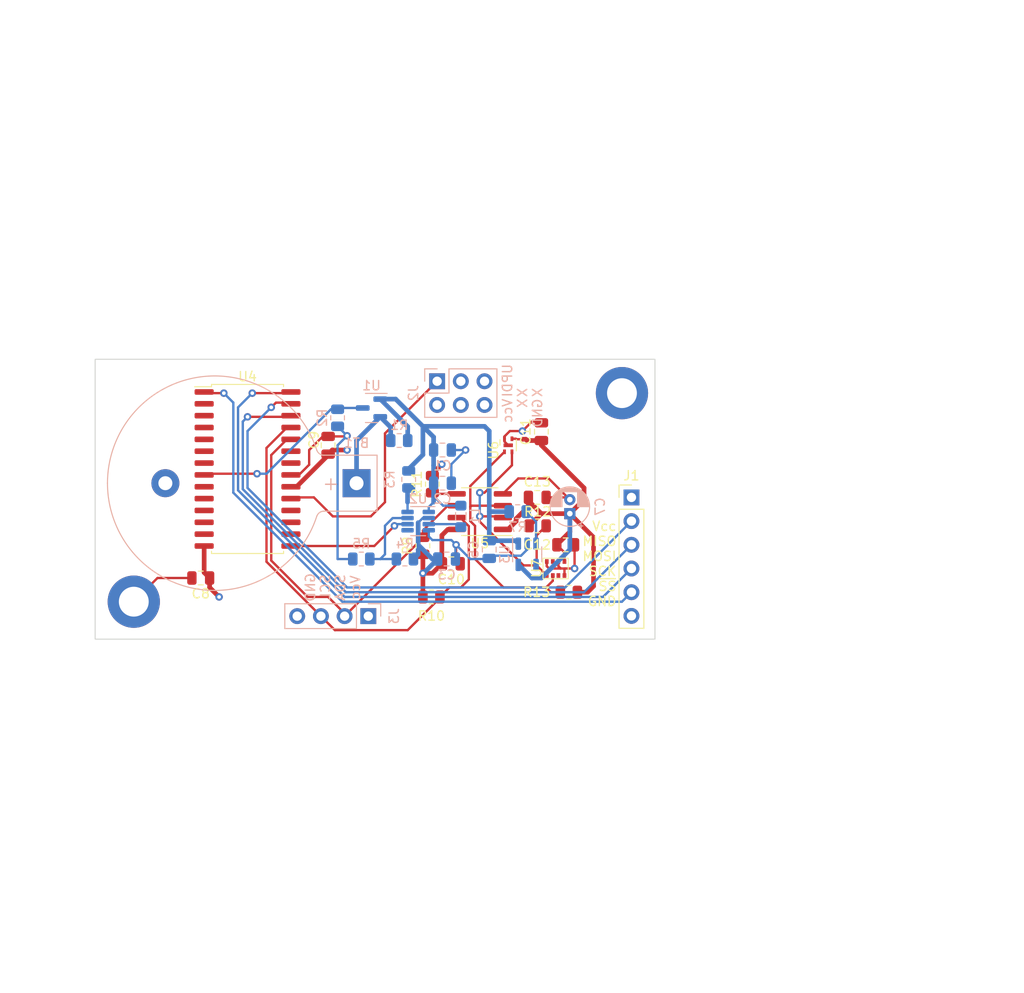
<source format=kicad_pcb>
(kicad_pcb (version 20211014) (generator pcbnew)
  (layers (0 "F.Cu" signal) (1 "In1.Cu" power "Power.Cu") (2 "In2.Cu" power "GND.Cu") (31 "B.Cu" signal) (34 "B.Paste" user) (35 "F.Paste" user) (36 "B.SilkS" user "B.Silkscreen") (37 "F.SilkS" user "F.Silkscreen") (38 "B.Mask" user) (39 "F.Mask" user) (44 "Edge.Cuts" user))
  (net 0 "")
  (net 1 "Net-(BT1-Pad1)")
  (net 2 "GND")
  (net 3 "+3V0")
  (net 4 "+3V3")
  (net 5 "+1V8")
  (net 6 "/MISO")
  (net 7 "/MOSI")
  (net 8 "/SCK")
  (net 9 "/~{SS}")
  (net 10 "Net-(L1-Pad1)")
  (net 11 "Current Sense")
  (net 12 "Net-(R3-Pad1)")
  (net 13 "Net-(R4-Pad2)")
  (net 14 "Net-(J2-Pad1)")
  (net 15 "Net-(R12-Pad2)")
  (net 16 "Net-(R13-Pad2)")
  (net 30 "Net-(R7-Pad2)")
  (net 35 "/SCL")
  (net 36 "/SDA")
  (net 37 "Net-(R11-Pad1)")
  (footprint "Resistor_SMD:R_0805_2012Metric" (layer "F.Cu") (at 147.4235 117.856)
    (fp_text reference "R12" (at 0 -1.524) (layer "F.SilkS"))
    (fp_text value "10 kohm")
    (pad "1" smd roundrect (at -0.9125 0) (size 1.025 1.4) (layers "F.Cu" "F.Paste" "F.Mask") (roundrect_rratio 0.243902439) (net 5 "+1V8"))
    (pad "2" smd roundrect (at 0.9125 0) (size 1.025 1.4) (layers "F.Cu" "F.Paste" "F.Mask") (roundrect_rratio 0.243902439) (net 15 "Net-(R12-Pad2)"))
  )
  (footprint "Package_SO:SOIC-8_3.9x4.9mm_P1.27mm" (layer "F.Cu") (at 141.224 116.332 180)
    (fp_text reference "U5" (at 0 -3.4) (layer "F.SilkS"))
    (fp_text value "PCA9517AD")
    (pad "1" smd roundrect (at -2.475 -1.905 180) (size 1.95 0.6) (layers "F.Cu" "F.Paste" "F.Mask") (net 5 "+1V8"))
    (pad "2" smd roundrect (at -2.475 -0.635 180) (size 1.95 0.6) (layers "F.Cu" "F.Paste" "F.Mask") (net 15 "Net-(R12-Pad2)"))
    (pad "3" smd roundrect (at -2.475 0.635 180) (size 1.95 0.6) (layers "F.Cu" "F.Paste" "F.Mask") (net 16 "Net-(R13-Pad2)"))
    (pad "4" smd roundrect (at -2.475 1.905 180) (size 1.95 0.6) (layers "F.Cu" "F.Paste" "F.Mask") (net 2 "GND"))
    (pad "5" smd roundrect (at 2.475 1.905 180) (size 1.95 0.6) (layers "F.Cu" "F.Paste" "F.Mask") (net 37 "Net-(R11-Pad1)"))
    (pad "6" smd roundrect (at 2.475 0.635 180) (size 1.95 0.6) (layers "F.Cu" "F.Paste" "F.Mask") (net 36 "/SDA"))
    (pad "7" smd roundrect (at 2.475 -0.635 180) (size 1.95 0.6) (layers "F.Cu" "F.Paste" "F.Mask") (net 35 "/SCL"))
    (pad "8" smd roundrect (at 2.475 -1.905 180) (size 1.95 0.6) (layers "F.Cu" "F.Paste" "F.Mask") (net 4 "+3V3"))
  )
  (footprint "Capacitor_SMD:C_0805_2012Metric" (layer "F.Cu") (at 111.318 123.444 180)
    (fp_text reference "C8" (at 0 -1.68) (layer "F.SilkS"))
    (fp_text value "1 uF")
    (pad "1" smd roundrect (at -0.95 0 180) (size 1 1.45) (layers "F.Cu" "F.Paste" "F.Mask") (net 4 "+3V3"))
    (pad "2" smd roundrect (at 0.95 0 180) (size 1 1.45) (layers "F.Cu" "F.Paste" "F.Mask") (net 2 "GND"))
  )
  (footprint "Resistor_SMD:R_0805_2012Metric" (layer "F.Cu") (at 136.144 113.3875 90)
    (fp_text reference "R11" (at 0 -1.65 90) (layer "F.SilkS"))
    (fp_text value "10 kohm")
    (pad "1" smd roundrect (at -0.9125 0 90) (size 1.025 1.4) (layers "F.Cu" "F.Paste" "F.Mask") (roundrect_rratio 0.243902439) (net 37 "Net-(R11-Pad1)"))
    (pad "2" smd roundrect (at 0.9125 0 90) (size 1.025 1.4) (layers "F.Cu" "F.Paste" "F.Mask") (roundrect_rratio 0.243902439) (net 4 "+3V3"))
  )
  (footprint "Capacitor_SMD:C_0805_2012Metric" (layer "F.Cu") (at 147.386 114.808)
    (fp_text reference "C13" (at 0 -1.68) (layer "F.SilkS"))
    (fp_text value "100 nF")
    (pad "1" smd roundrect (at -0.95 0) (size 1 1.45) (layers "F.Cu" "F.Paste" "F.Mask") (net 5 "+1V8"))
    (pad "2" smd roundrect (at 0.95 0) (size 1 1.45) (layers "F.Cu" "F.Paste" "F.Mask") (net 2 "GND"))
  )
  (footprint "Connector_PinHeader_2.54mm:PinHeader_1x06_P2.54mm_Vertical" (layer "F.Cu") (at 157.48 114.808)
    (fp_text reference "J1" (at 0 -2.33) (layer "F.SilkS"))
    (fp_text value "Conn_01x06")
    (pad "1" thru_hole rect (at 0 0) (size 1.7 1.7) (drill 1) (layers *.Cu *.Mask) (net 4 "+3V3"))
    (pad "2" thru_hole oval (at 0 2.54) (size 1.7 1.7) (drill 1) (layers *.Cu *.Mask) (net 6 "/MISO"))
    (pad "3" thru_hole oval (at 0 5.08) (size 1.7 1.7) (drill 1) (layers *.Cu *.Mask) (net 7 "/MOSI"))
    (pad "4" thru_hole oval (at 0 7.62) (size 1.7 1.7) (drill 1) (layers *.Cu *.Mask) (net 8 "/SCK"))
    (pad "5" thru_hole oval (at 0 10.16) (size 1.7 1.7) (drill 1) (layers *.Cu *.Mask) (net 9 "/~{SS}"))
    (pad "6" thru_hole oval (at 0 12.7) (size 1.7 1.7) (drill 1) (layers *.Cu *.Mask) (net 2 "GND"))
  )
  (footprint "Capacitor_SMD:C_0805_2012Metric" (layer "F.Cu") (at 124.968 109.22 -90)
    (fp_text reference "C9" (at -0.574 1.524 90) (layer "F.SilkS"))
    (fp_text value "1 uF")
    (pad "1" smd roundrect (at -0.95 0 270) (size 1 1.45) (layers "F.Cu" "F.Paste" "F.Mask") (net 2 "GND"))
    (pad "2" smd roundrect (at 0.95 0 270) (size 1 1.45) (layers "F.Cu" "F.Paste" "F.Mask") (net 4 "+3V3"))
  )
  (footprint "MountingHole:MountingHole_3.2mm_M3_DIN965_Pad" (layer "F.Cu") (at 104.14 125.984)
    (fp_text reference "REF**" hide)
    (fp_text value "MountingHole_3.2mm_M3_DIN965_Pad")
    (pad "1" thru_hole circle (at 0 0) (size 5.6 5.6) (drill 3.2) (layers *.Cu *.Mask) (net 2 "GND"))
  )
  (footprint "Package_SO:SOIC-28W_7.5x17.9mm_P1.27mm" (layer "F.Cu") (at 116.332 111.76)
    (fp_text reference "U4" (at 0 -9.9) (layer "F.SilkS"))
    (fp_text value "AVR64DA28-I/SO")
    (pad "1" smd roundrect (at -4.65 -8.255) (size 2.05 0.6) (layers "F.Cu" "F.Paste" "F.Mask") (net 9 "/~{SS}"))
    (pad "2" smd roundrect (at -4.65 -6.985) (size 2.05 0.6) (layers "F.Cu" "F.Paste" "F.Mask"))
    (pad "3" smd roundrect (at -4.65 -5.715) (size 2.05 0.6) (layers "F.Cu" "F.Paste" "F.Mask"))
    (pad "4" smd roundrect (at -4.65 -4.445) (size 2.05 0.6) (layers "F.Cu" "F.Paste" "F.Mask"))
    (pad "5" smd roundrect (at -4.65 -3.175) (size 2.05 0.6) (layers "F.Cu" "F.Paste" "F.Mask"))
    (pad "6" smd roundrect (at -4.65 -1.905) (size 2.05 0.6) (layers "F.Cu" "F.Paste" "F.Mask"))
    (pad "7" smd roundrect (at -4.65 -0.635) (size 2.05 0.6) (layers "F.Cu" "F.Paste" "F.Mask"))
    (pad "8" smd roundrect (at -4.65 0.635) (size 2.05 0.6) (layers "F.Cu" "F.Paste" "F.Mask") (net 11 "Current Sense"))
    (pad "9" smd roundrect (at -4.65 1.905) (size 2.05 0.6) (layers "F.Cu" "F.Paste" "F.Mask"))
    (pad "10" smd roundrect (at -4.65 3.175) (size 2.05 0.6) (layers "F.Cu" "F.Paste" "F.Mask"))
    (pad "11" smd roundrect (at -4.65 4.445) (size 2.05 0.6) (layers "F.Cu" "F.Paste" "F.Mask"))
    (pad "12" smd roundrect (at -4.65 5.715) (size 2.05 0.6) (layers "F.Cu" "F.Paste" "F.Mask"))
    (pad "13" smd roundrect (at -4.65 6.985) (size 2.05 0.6) (layers "F.Cu" "F.Paste" "F.Mask"))
    (pad "14" smd roundrect (at -4.65 8.255) (size 2.05 0.6) (layers "F.Cu" "F.Paste" "F.Mask") (net 4 "+3V3"))
    (pad "15" smd roundrect (at 4.65 8.255) (size 2.05 0.6) (layers "F.Cu" "F.Paste" "F.Mask") (net 2 "GND"))
    (pad "16" smd roundrect (at 4.65 6.985) (size 2.05 0.6) (layers "F.Cu" "F.Paste" "F.Mask"))
    (pad "17" smd roundrect (at 4.65 5.715) (size 2.05 0.6) (layers "F.Cu" "F.Paste" "F.Mask"))
    (pad "18" smd roundrect (at 4.65 4.445) (size 2.05 0.6) (layers "F.Cu" "F.Paste" "F.Mask"))
    (pad "19" smd roundrect (at 4.65 3.175) (size 2.05 0.6) (layers "F.Cu" "F.Paste" "F.Mask") (net 14 "Net-(J2-Pad1)"))
    (pad "20" smd roundrect (at 4.65 1.905) (size 2.05 0.6) (layers "F.Cu" "F.Paste" "F.Mask") (net 4 "+3V3"))
    (pad "21" smd roundrect (at 4.65 0.635) (size 2.05 0.6) (layers "F.Cu" "F.Paste" "F.Mask") (net 2 "GND"))
    (pad "22" smd roundrect (at 4.65 -0.635) (size 2.05 0.6) (layers "F.Cu" "F.Paste" "F.Mask"))
    (pad "23" smd roundrect (at 4.65 -1.905) (size 2.05 0.6) (layers "F.Cu" "F.Paste" "F.Mask"))
    (pad "24" smd roundrect (at 4.65 -3.175) (size 2.05 0.6) (layers "F.Cu" "F.Paste" "F.Mask") (net 36 "/SDA"))
    (pad "25" smd roundrect (at 4.65 -4.445) (size 2.05 0.6) (layers "F.Cu" "F.Paste" "F.Mask") (net 35 "/SCL"))
    (pad "26" smd roundrect (at 4.65 -5.715) (size 2.05 0.6) (layers "F.Cu" "F.Paste" "F.Mask") (net 7 "/MOSI"))
    (pad "27" smd roundrect (at 4.65 -6.985) (size 2.05 0.6) (layers "F.Cu" "F.Paste" "F.Mask") (net 6 "/MISO"))
    (pad "28" smd roundrect (at 4.65 -8.255) (size 2.05 0.6) (layers "F.Cu" "F.Paste" "F.Mask") (net 8 "/SCK"))
  )
  (footprint "Capacitor_SMD:C_0805_2012Metric" (layer "F.Cu") (at 138.176 121.92 180)
    (fp_text reference "C10" (at 0 -1.68) (layer "F.SilkS"))
    (fp_text value "100 nF")
    (pad "1" smd roundrect (at -0.95 0 180) (size 1 1.45) (layers "F.Cu" "F.Paste" "F.Mask") (net 2 "GND"))
    (pad "2" smd roundrect (at 0.95 0 180) (size 1 1.45) (layers "F.Cu" "F.Paste" "F.Mask") (net 4 "+3V3"))
  )
  (footprint "Resistor_SMD:R_0805_2012Metric" (layer "F.Cu") (at 135.128 119.9915 90)
    (fp_text reference "R9" (at 0 -1.65 90) (layer "F.SilkS"))
    (fp_text value "10 kohm")
    (pad "1" smd roundrect (at -0.9125 0 90) (size 1.025 1.4) (layers "F.Cu" "F.Paste" "F.Mask") (roundrect_rratio 0.243902439) (net 4 "+3V3"))
    (pad "2" smd roundrect (at 0.9125 0 90) (size 1.025 1.4) (layers "F.Cu" "F.Paste" "F.Mask") (roundrect_rratio 0.243902439) (net 36 "/SDA"))
  )
  (footprint "Capacitor_SMD:C_0805_2012Metric" (layer "F.Cu") (at 150.434 119.888)
    (fp_text reference "C12" (at -3.048 0) (layer "F.SilkS"))
    (fp_text value "100 nF")
    (pad "1" smd roundrect (at -0.95 0) (size 1 1.45) (layers "F.Cu" "F.Paste" "F.Mask") (net 5 "+1V8"))
    (pad "2" smd roundrect (at 0.95 0) (size 1 1.45) (layers "F.Cu" "F.Paste" "F.Mask") (net 2 "GND"))
  )
  (footprint "MountingHole:MountingHole_3.2mm_M3_DIN965_Pad" (layer "F.Cu") (at 156.464 103.632)
    (fp_text reference "REF**" hide)
    (fp_text value "MountingHole_3.2mm_M3_DIN965_Pad")
    (pad "1" thru_hole circle (at 0 0) (size 5.6 5.6) (drill 3.2) (layers *.Cu *.Mask) (net 2 "GND"))
  )
  (footprint "Resistor_SMD:R_0805_2012Metric" (layer "F.Cu") (at 150.7725 124.968 180)
    (fp_text reference "R13" (at 3.4525 0) (layer "F.SilkS"))
    (fp_text value "10 kohm")
    (pad "1" smd roundrect (at -0.9125 0 180) (size 1.025 1.4) (layers "F.Cu" "F.Paste" "F.Mask") (roundrect_rratio 0.243902439) (net 5 "+1V8"))
    (pad "2" smd roundrect (at 0.9125 0 180) (size 1.025 1.4) (layers "F.Cu" "F.Paste" "F.Mask") (roundrect_rratio 0.243902439) (net 16 "Net-(R13-Pad2)"))
  )
  (footprint "Resistor_SMD:R_0805_2012Metric" (layer "F.Cu") (at 136.0405 125.476)
    (fp_text reference "R10" (at 0 2.032) (layer "F.SilkS"))
    (fp_text value "10 kohm")
    (pad "1" smd roundrect (at -0.9125 0) (size 1.025 1.4) (layers "F.Cu" "F.Paste" "F.Mask") (roundrect_rratio 0.243902439) (net 4 "+3V3"))
    (pad "2" smd roundrect (at 0.9125 0) (size 1.025 1.4) (layers "F.Cu" "F.Paste" "F.Mask") (roundrect_rratio 0.243902439) (net 35 "/SCL"))
  )
  (footprint "MyFootprints:ICP-10111" (layer "F.Cu") (at 149.352 122.428 -90)
    (fp_text reference "U7" (at 0 2.032 90) (layer "F.SilkS"))
    (fp_text value "ICP-10111")
    (pad "1" smd rect (at 0.75 -0.95 270) (size 0.5 0.4) (layers "F.Cu" "F.Paste" "F.Mask") (net 2 "GND"))
    (pad "2" smd rect (at 0.75 -0.3 270) (size 0.5 0.4) (layers "F.Cu" "F.Paste" "F.Mask"))
    (pad "3" smd rect (at 0.75 0.3 270) (size 0.5 0.4) (layers "F.Cu" "F.Paste" "F.Mask") (net 16 "Net-(R13-Pad2)"))
    (pad "4" smd rect (at 0.75 0.95 270) (size 0.5 0.4) (layers "F.Cu" "F.Paste" "F.Mask") (net 15 "Net-(R12-Pad2)"))
    (pad "5" smd rect (at -0.75 0.95 270) (size 0.5 0.4) (layers "F.Cu" "F.Paste" "F.Mask") (net 2 "GND"))
    (pad "6" smd rect (at -0.75 0.3 270) (size 0.5 0.4) (layers "F.Cu" "F.Paste" "F.Mask"))
    (pad "7" smd rect (at -0.75 -0.3 270) (size 0.5 0.4) (layers "F.Cu" "F.Paste" "F.Mask") (net 2 "GND"))
    (pad "8" smd rect (at -0.75 -0.95 270) (size 0.5 0.4) (layers "F.Cu" "F.Paste" "F.Mask") (net 5 "+1V8"))
  )
  (footprint "MyFootprints:DFN-4-PADS0.5x0.3mm_SP1.4x0.8mm" (layer "F.Cu") (at 144.272 109.22 90)
    (fp_text reference "U6" (at -0.527819 -1.577322 90) (layer "F.SilkS"))
    (fp_text value "SHT40-AD1B-R3")
    (pad "1" smd rect (at -0.7 -0.4 90) (size 0.5 0.3) (layers "F.Cu" "F.Paste" "F.Mask") (net 16 "Net-(R13-Pad2)"))
    (pad "2" smd rect (at -0.7 0.4 90) (size 0.5 0.3) (layers "F.Cu" "F.Paste" "F.Mask") (net 15 "Net-(R12-Pad2)"))
    (pad "3" smd rect (at 0.7 0.4 90) (size 0.5 0.3) (layers "F.Cu" "F.Paste" "F.Mask") (net 5 "+1V8"))
    (pad "4" smd rect (at 0.7 -0.4 90) (size 0.5 0.3) (layers "F.Cu" "F.Paste" "F.Mask") (net 2 "GND"))
    (pad "5" smd rect (at 0 0 90) (size 0.4 1) (layers "F.Cu" "F.Paste" "F.Mask") (net 2 "GND"))
  )
  (footprint "Capacitor_SMD:C_0805_2012Metric" (layer "F.Cu") (at 147.828 107.762 90)
    (fp_text reference "C11" (at 0 -1.68 90) (layer "F.SilkS"))
    (fp_text value "100 nF")
    (pad "1" smd roundrect (at -0.95 0 90) (size 1 1.45) (layers "F.Cu" "F.Paste" "F.Mask") (net 5 "+1V8"))
    (pad "2" smd roundrect (at 0.95 0 90) (size 1 1.45) (layers "F.Cu" "F.Paste" "F.Mask") (net 2 "GND"))
  )
  (footprint "Package_TO_SOT_SMD:TSOT-23-8" (layer "B.Cu") (at 134.62 117.348 180)
    (fp_text reference "U2" (at 0 2.4) (layer "B.SilkS") (effects (justify mirror)))
    (fp_text value "MP3414")
    (pad "1" smd roundrect (at -1.1375 0.975 180) (size 1.325 0.5) (layers "B.Cu" "B.Paste" "B.Mask") (net 3 "+3V0"))
    (pad "2" smd roundrect (at -1.1375 0.325 180) (size 1.325 0.5) (layers "B.Cu" "B.Paste" "B.Mask") (net 4 "+3V3"))
    (pad "3" smd roundrect (at -1.1375 -0.325 180) (size 1.325 0.5) (layers "B.Cu" "B.Paste" "B.Mask") (net 10 "Net-(L1-Pad1)"))
    (pad "4" smd roundrect (at -1.1375 -0.975 180) (size 1.325 0.5) (layers "B.Cu" "B.Paste" "B.Mask") (net 2 "GND"))
    (pad "5" smd roundrect (at 1.1375 -0.975 180) (size 1.325 0.5) (layers "B.Cu" "B.Paste" "B.Mask"))
    (pad "6" smd roundrect (at 1.1375 -0.325 180) (size 1.325 0.5) (layers "B.Cu" "B.Paste" "B.Mask") (net 2 "GND"))
    (pad "7" smd roundrect (at 1.1375 0.325 180) (size 1.325 0.5) (layers "B.Cu" "B.Paste" "B.Mask") (net 13 "Net-(R4-Pad2)"))
    (pad "8" smd roundrect (at 1.1375 0.975 180) (size 1.325 0.5) (layers "B.Cu" "B.Paste" "B.Mask") (net 12 "Net-(R3-Pad1)"))
  )
  (footprint "Package_TO_SOT_SMD:SOT-23" (layer "B.Cu") (at 129.6185 105.222 180)
    (fp_text reference "U1" (at 0 2.4) (layer "B.SilkS") (effects (justify mirror)))
    (fp_text value "ZXCT1009F")
    (pad "1" smd roundrect (at -0.9375 0.95 180) (size 1.475 0.6) (layers "B.Cu" "B.Paste" "B.Mask") (net 3 "+3V0"))
    (pad "2" smd roundrect (at -0.9375 -0.95 180) (size 1.475 0.6) (layers "B.Cu" "B.Paste" "B.Mask") (net 1 "Net-(BT1-Pad1)"))
    (pad "3" smd roundrect (at 0.9375 0 180) (size 1.475 0.6) (layers "B.Cu" "B.Paste" "B.Mask") (net 11 "Current Sense"))
  )
  (footprint "Resistor_SMD:R_0805_2012Metric" (layer "B.Cu") (at 132.588 108.712 180)
    (fp_text reference "R1" (at 0 1.65) (layer "B.SilkS") (effects (justify mirror)))
    (fp_text value "2 ohm")
    (pad "1" smd roundrect (at -0.9125 0 180) (size 1.025 1.4) (layers "B.Cu" "B.Paste" "B.Mask") (roundrect_rratio 0.243902439) (net 3 "+3V0"))
    (pad "2" smd roundrect (at 0.9125 0 180) (size 1.025 1.4) (layers "B.Cu" "B.Paste" "B.Mask") (roundrect_rratio 0.243902439) (net 1 "Net-(BT1-Pad1)"))
  )
  (footprint "Resistor_SMD:R_0805_2012Metric" (layer "B.Cu") (at 133.1995 121.412 180)
    (fp_text reference "R4" (at 0 1.65) (layer "B.SilkS") (effects (justify mirror)))
    (fp_text value "634 kohm")
    (pad "1" smd roundrect (at -0.9125 0 180) (size 1.025 1.4) (layers "B.Cu" "B.Paste" "B.Mask") (roundrect_rratio 0.243902439) (net 4 "+3V3"))
    (pad "2" smd roundrect (at 0.9125 0 180) (size 1.025 1.4) (layers "B.Cu" "B.Paste" "B.Mask") (roundrect_rratio 0.243902439) (net 13 "Net-(R4-Pad2)"))
  )
  (footprint "Connector_PinHeader_2.54mm:PinHeader_2x03_P2.54mm_Vertical" (layer "B.Cu") (at 136.652 102.357 -90)
    (fp_text reference "J2" (at 1.275 2.54 90) (layer "B.SilkS") (effects (justify mirror)))
    (fp_text value "AVR-UPDI-6")
    (pad "1" thru_hole rect (at 0 0 270) (size 1.7 1.7) (drill 1) (layers *.Cu *.Mask) (net 14 "Net-(J2-Pad1)"))
    (pad "2" thru_hole oval (at 2.54 0 270) (size 1.7 1.7) (drill 1) (layers *.Cu *.Mask) (net 4 "+3V3"))
    (pad "3" thru_hole oval (at 0 -2.54 270) (size 1.7 1.7) (drill 1) (layers *.Cu *.Mask))
    (pad "4" thru_hole oval (at 2.54 -2.54 270) (size 1.7 1.7) (drill 1) (layers *.Cu *.Mask))
    (pad "5" thru_hole oval (at 0 -5.08 270) (size 1.7 1.7) (drill 1) (layers *.Cu *.Mask))
    (pad "6" thru_hole oval (at 2.54 -5.08 270) (size 1.7 1.7) (drill 1) (layers *.Cu *.Mask) (net 2 "GND"))
  )
  (footprint "Battery:BatteryHolder_Keystone_103_1x20mm" (layer "B.Cu") (at 128.016 113.284 180)
    (fp_text reference "BT1" (at 0 4.3) (layer "B.SilkS") (effects (justify mirror)))
    (fp_text value "3 V")
    (fp_text user "+" (at 2.75 0) (layer "B.SilkS") (effects (font (size 1.5 1.5)) (justify mirror)))
    (pad "1" thru_hole rect (at 0 0 180) (size 3 3) (drill 1.5) (layers *.Cu *.Mask) (net 1 "Net-(BT1-Pad1)"))
    (pad "2" thru_hole circle (at 20.49 0 180) (size 3 3) (drill 1.5) (layers *.Cu *.Mask) (net 2 "GND"))
  )
  (footprint "Capacitor_SMD:C_0805_2012Metric" (layer "B.Cu") (at 137.668 121.412)
    (fp_text reference "C3" (at 0 1.68) (layer "B.SilkS") (effects (justify mirror)))
    (fp_text value "47 uF")
    (pad "1" smd roundrect (at -0.95 0) (size 1 1.45) (layers "B.Cu" "B.Paste" "B.Mask") (net 4 "+3V3"))
    (pad "2" smd roundrect (at 0.95 0) (size 1 1.45) (layers "B.Cu" "B.Paste" "B.Mask") (net 2 "GND"))
  )
  (footprint "Capacitor_SMD:C_0805_2012Metric" (layer "B.Cu") (at 137.226 109.728)
    (fp_text reference "C1" (at 0 1.68) (layer "B.SilkS") (effects (justify mirror)))
    (fp_text value "10 uF")
    (pad "1" smd roundrect (at -0.95 0) (size 1 1.45) (layers "B.Cu" "B.Paste" "B.Mask") (net 3 "+3V0"))
    (pad "2" smd roundrect (at 0.95 0) (size 1 1.45) (layers "B.Cu" "B.Paste" "B.Mask") (net 2 "GND"))
  )
  (footprint "Capacitor_SMD:C_0805_2012Metric" (layer "B.Cu") (at 137.226 113.284)
    (fp_text reference "C2" (at 0 1.68) (layer "B.SilkS") (effects (justify mirror)))
    (fp_text value "0.1 uF")
    (pad "1" smd roundrect (at -0.95 0) (size 1 1.45) (layers "B.Cu" "B.Paste" "B.Mask") (net 3 "+3V0"))
    (pad "2" smd roundrect (at 0.95 0) (size 1 1.45) (layers "B.Cu" "B.Paste" "B.Mask") (net 2 "GND"))
  )
  (footprint "Package_TO_SOT_SMD:SOT-23-5" (layer "B.Cu") (at 146.304 120.904 -90)
    (fp_text reference "U3" (at 0 2.4 90) (layer "B.SilkS") (effects (justify mirror)))
    (fp_text value "AP2127K-1.8")
    (pad "1" smd roundrect (at -1.1375 0.95 270) (size 1.325 0.6) (layers "B.Cu" "B.Paste" "B.Mask") (net 3 "+3V0"))
    (pad "2" smd roundrect (at -1.1375 0 270) (size 1.325 0.6) (layers "B.Cu" "B.Paste" "B.Mask") (net 2 "GND"))
    (pad "3" smd roundrect (at -1.1375 -0.95 270) (size 1.325 0.6) (layers "B.Cu" "B.Paste" "B.Mask") (net 30 "Net-(R7-Pad2)"))
    (pad "4" smd roundrect (at 1.1375 -0.95 270) (size 1.325 0.6) (layers "B.Cu" "B.Paste" "B.Mask"))
    (pad "5" smd roundrect (at 1.1375 0.95 270) (size 1.325 0.6) (layers "B.Cu" "B.Paste" "B.Mask") (net 5 "+1V8"))
  )
  (footprint "Resistor_SMD:R_0805_2012Metric" (layer "B.Cu") (at 145.288 116.332)
    (fp_text reference "R7" (at 0 1.65) (layer "B.SilkS") (effects (justify mirror)))
    (fp_text value "10 kohm")
    (pad "1" smd roundrect (at -0.9125 0) (size 1.025 1.4) (layers "B.Cu" "B.Paste" "B.Mask") (roundrect_rratio 0.243902439) (net 3 "+3V0"))
    (pad "2" smd roundrect (at 0.9125 0) (size 1.025 1.4) (layers "B.Cu" "B.Paste" "B.Mask") (roundrect_rratio 0.243902439) (net 30 "Net-(R7-Pad2)"))
  )
  (footprint "Capacitor_THT:CP_Radial_D4.0mm_P1.50mm" (layer "B.Cu") (at 150.876 116.5466 90)
    (fp_text reference "C7" (at 0.75 3.25 90) (layer "B.SilkS") (effects (justify mirror)))
    (fp_text value "1 uF")
    (pad "1" thru_hole rect (at 0 0 90) (size 1.2 1.2) (drill 0.6) (layers *.Cu *.Mask) (net 5 "+1V8"))
    (pad "2" thru_hole circle (at 1.5 0 90) (size 1.2 1.2) (drill 0.6) (layers *.Cu *.Mask) (net 2 "GND"))
  )
  (footprint "Resistor_SMD:R_0805_2012Metric" (layer "B.Cu") (at 133.604 112.8795 90)
    (fp_text reference "R3" (at 0 -2.032 90) (layer "B.SilkS") (effects (justify mirror)))
    (fp_text value "100 kohm")
    (pad "1" smd roundrect (at -0.9125 0 90) (size 1.025 1.4) (layers "B.Cu" "B.Paste" "B.Mask") (roundrect_rratio 0.243902439) (net 12 "Net-(R3-Pad1)"))
    (pad "2" smd roundrect (at 0.9125 0 90) (size 1.025 1.4) (layers "B.Cu" "B.Paste" "B.Mask") (roundrect_rratio 0.243902439) (net 3 "+3V0"))
  )
  (footprint "Resistor_SMD:R_0805_2012Metric" (layer "B.Cu") (at 125.984 106.2755 -90)
    (fp_text reference "R2" (at 0 1.65 90) (layer "B.SilkS") (effects (justify mirror)))
    (fp_text value "200 ohm")
    (pad "1" smd roundrect (at -0.9125 0 270) (size 1.025 1.4) (layers "B.Cu" "B.Paste" "B.Mask") (roundrect_rratio 0.243902439) (net 11 "Current Sense"))
    (pad "2" smd roundrect (at 0.9125 0 270) (size 1.025 1.4) (layers "B.Cu" "B.Paste" "B.Mask") (roundrect_rratio 0.243902439) (net 2 "GND"))
  )
  (footprint "Resistor_SMD:R_0805_2012Metric" (layer "B.Cu") (at 128.524 121.412 180)
    (fp_text reference "R5" (at 0 1.65) (layer "B.SilkS") (effects (justify mirror)))
    (fp_text value "365 kohm")
    (pad "1" smd roundrect (at -0.9125 0 180) (size 1.025 1.4) (layers "B.Cu" "B.Paste" "B.Mask") (roundrect_rratio 0.243902439) (net 13 "Net-(R4-Pad2)"))
    (pad "2" smd roundrect (at 0.9125 0 180) (size 1.025 1.4) (layers "B.Cu" "B.Paste" "B.Mask") (roundrect_rratio 0.243902439) (net 2 "GND"))
  )
  (footprint "Inductor_SMD:L_0805_2012Metric_Pad1.05x1.20mm_HandSolder" (layer "B.Cu") (at 139.192 116.84 90)
    (fp_text reference "L1" (at 0 1.55 90) (layer "B.SilkS") (effects (justify mirror)))
    (fp_text value "4.7 uH")
    (pad "1" smd roundrect (at -1.15 0 90) (size 1.05 1.2) (layers "B.Cu" "B.Paste" "B.Mask") (roundrect_rratio 0.2380952381) (net 10 "Net-(L1-Pad1)"))
    (pad "2" smd roundrect (at 1.15 0 90) (size 1.05 1.2) (layers "B.Cu" "B.Paste" "B.Mask") (roundrect_rratio 0.2380952381) (net 3 "+3V0"))
  )
  (footprint "Connector_PinSocket_2.54mm:PinSocket_1x04_P2.54mm_Vertical" (layer "B.Cu") (at 129.276 127.533 90)
    (fp_text reference "J3" (at 0 2.77 90) (layer "B.SilkS") (effects (justify mirror)))
    (fp_text value "Conn_01x04")
    (pad "1" thru_hole rect (at 0 0 90) (size 1.7 1.7) (drill 1) (layers *.Cu *.Mask) (net 4 "+3V3"))
    (pad "2" thru_hole oval (at 0 -2.54 90) (size 1.7 1.7) (drill 1) (layers *.Cu *.Mask) (net 36 "/SDA"))
    (pad "3" thru_hole oval (at 0 -5.08 90) (size 1.7 1.7) (drill 1) (layers *.Cu *.Mask) (net 35 "/SCL"))
    (pad "4" thru_hole oval (at 0 -7.62 90) (size 1.7 1.7) (drill 1) (layers *.Cu *.Mask) (net 2 "GND"))
  )
  (footprint "Capacitor_SMD:C_0805_2012Metric" (layer "B.Cu") (at 142.24 120.396 -90)
    (fp_text reference "C5" (at 0 1.68 -270) (layer "B.SilkS") (effects (justify mirror)))
    (fp_text value "1 uF")
    (pad "1" smd roundrect (at -0.95 0 270) (size 1 1.45) (layers "B.Cu" "B.Paste" "B.Mask") (net 3 "+3V0"))
    (pad "2" smd roundrect (at 0.95 0 270) (size 1 1.45) (layers "B.Cu" "B.Paste" "B.Mask") (net 2 "GND"))
  )
  (gr_rect (start 100 100) (end 160 130) (layer "Edge.Cuts") (width 0.1) (fill none))
  (gr_text "Vcc\nX\nGND" (at 145.796 104.14 90) (layer "B.SilkS") (effects (font (size 1 1)) (justify left mirror)))
  (gr_text "UPDI\nX\nX" (at 145.796 104.14 90) (layer "B.SilkS") (effects (font (size 1 1)) (justify right mirror)))
  (gr_text "GND\nSCL\nSDA\nVcc" (at 125.476 124.46 90) (layer "B.SilkS") (effects (font (size 1 1)) (justify mirror)))
  (gr_text "Vcc\nMISO\nMOSI\nSCK\n~{SS}\nGND" (at 155.956 121.92) (layer "F.SilkS") (effects (font (size 1 1)) (justify right)))
  (segment (start 131.6755 108.712) (end 131.6755 107.2915) (width 0.5) (layer "B.Cu") (net 1))
  (segment (start 128.016 108.712) (end 130.556 106.172) (width 0.5) (layer "B.Cu") (net 1))
  (segment (start 128.016 113.284) (end 128.016 108.712) (width 0.5) (layer "B.Cu") (net 1))
  (segment (start 131.6755 107.2915) (end 130.556 106.172) (width 0.5) (layer "B.Cu") (net 1))
  (segment (start 145.35 112.776) (end 143.699 114.427) (width 0.25) (layer "F.Cu") (net 2))
  (segment (start 145.796 107.696) (end 144.446978 107.696) (width 0.25) (layer "F.Cu") (net 2))
  (segment (start 148.652 122.428) (end 149.86 122.428) (width 0.25) (layer "F.Cu") (net 2))
  (segment (start 150.6374 114.808) (end 150.876 115.0466) (width 0.25) (layer "F.Cu") (net 2))
  (segment (start 122.936 111.302494) (end 121.843494 112.395) (width 0.25) (layer "F.Cu") (net 2))
  (segment (start 110.368 123.444) (end 106.68 123.444) (width 0.25) (layer "F.Cu") (net 2))
  (segment (start 151.384 122.428) (end 151.384 119.888) (width 0.25) (layer "F.Cu") (net 2))
  (segment (start 143.872 108.270978) (end 143.872 108.52) (width 0.25) (layer "F.Cu") (net 2))
  (segment (start 138.684 121.478) (end 138.684 119.888) (width 0.25) (layer "F.Cu") (net 2))
  (segment (start 148.6054 112.776) (end 145.35 112.776) (width 0.25) (layer "F.Cu") (net 2))
  (segment (start 149.86 122.386) (end 149.86 122.428) (width 0.25) (layer "F.Cu") (net 2))
  (segment (start 124.394 108.27) (end 122.936 109.728) (width 0.25) (layer "F.Cu") (net 2))
  (segment (start 149.86 122.428) (end 150.368 122.428) (width 0.25) (layer "F.Cu") (net 2))
  (segment (start 106.68 123.444) (end 104.14 125.984) (width 0.25) (layer "F.Cu") (net 2))
  (segment (start 122.936 109.728) (end 122.936 111.302494) (width 0.25) (layer "F.Cu") (net 2))
  (segment (start 147.696 106.68) (end 147.828 106.812) (width 0.25) (layer "F.Cu") (net 2))
  (segment (start 146.812 106.68) (end 147.696 106.68) (width 0.25) (layer "F.Cu") (net 2))
  (segment (start 149.652 122.178) (end 149.86 122.386) (width 0.25) (layer "F.Cu") (net 2))
  (segment (start 145.796 107.696) (end 146.812 106.68) (width 0.25) (layer "F.Cu") (net 2))
  (segment (start 150.302 122.494) (end 150.368 122.428) (width 0.25) (layer "F.Cu") (net 2))
  (segment (start 121.843494 112.395) (end 120.982 112.395) (width 0.25) (layer "F.Cu") (net 2))
  (segment (start 144.446978 107.696) (end 143.872 108.270978) (width 0.25) (layer "F.Cu") (net 2))
  (segment (start 129.921 120.015) (end 132.08 117.856) (width 0.25) (layer "F.Cu") (net 2))
  (segment (start 148.402 122.178) (end 148.652 122.428) (width 0.25) (layer "F.Cu") (net 2))
  (segment (start 150.302 123.178) (end 150.302 122.494) (width 0.25) (layer "F.Cu") (net 2))
  (segment (start 139.126 121.92) (end 138.684 121.478) (width 0.25) (layer "F.Cu") (net 2))
  (segment (start 120.982 120.015) (end 129.921 120.015) (width 0.25) (layer "F.Cu") (net 2))
  (segment (start 150.368 122.428) (end 151.384 122.428) (width 0.25) (layer "F.Cu") (net 2))
  (segment (start 144.272 109.22) (end 143.872 108.82) (width 0.25) (layer "F.Cu") (net 2))
  (segment (start 148.336 114.808) (end 150.6374 114.808) (width 0.25) (layer "F.Cu") (net 2))
  (segment (start 124.968 108.27) (end 124.394 108.27) (width 0.25) (layer "F.Cu") (net 2))
  (segment (start 149.652 121.678) (end 149.652 122.178) (width 0.25) (layer "F.Cu") (net 2))
  (segment (start 126.934 108.27) (end 127 108.204) (width 0.25) (layer "F.Cu") (net 2))
  (segment (start 148.402 121.678) (end 148.402 122.178) (width 0.25) (layer "F.Cu") (net 2))
  (segment (start 124.968 108.27) (end 126.934 108.27) (width 0.25) (layer "F.Cu") (net 2))
  (segment (start 150.876 115.0466) (end 148.6054 112.776) (width 0.25) (layer "F.Cu") (net 2))
  (segment (start 143.872 108.82) (end 143.872 108.52) (width 0.25) (layer "F.Cu") (net 2))
  (via (at 127 108.204) (size 0.8) (drill 0.4) (layers "F.Cu" "B.Cu") (net 2))
  (via (at 145.796 107.696) (size 0.8) (drill 0.4) (layers "F.Cu" "B.Cu") (net 2))
  (via (at 151.384 122.428) (size 0.8) (drill 0.4) (layers "F.Cu" "B.Cu") (net 2))
  (via (at 132.08 117.856) (size 0.8) (drill 0.4) (layers "F.Cu" "B.Cu") (net 2))
  (via (at 138.684 119.888) (size 0.8) (drill 0.4) (layers "F.Cu" "B.Cu") (net 2))
  (via (at 139.7 109.728) (size 0.8) (drill 0.4) (layers "F.Cu" "B.Cu") (net 2))
  (segment (start 145.64552 121.05448) (end 142.53152 121.05448) (width 0.25) (layer "B.Cu") (net 2))
  (segment (start 146.304 120.396) (end 145.64552 121.05448) (width 0.25) (layer "B.Cu") (net 2))
  (segment (start 142.306 121.412) (end 140.208 121.412) (width 0.25) (layer "B.Cu") (net 2))
  (segment (start 138.176 113.284) (end 138.176 111.252) (width 0.25) (layer "B.Cu") (net 2))
  (segment (start 136.144 119.38) (end 135.7575 118.9935) (width 0.25) (layer "B.Cu") (net 2))
  (segment (start 138.618 119.954) (end 138.684 119.888) (width 0.25) (layer "B.Cu") (net 2))
  (segment (start 146.304 119.7665) (end 146.304 120.396) (width 0.25) (layer "B.Cu") (net 2))
  (segment (start 138.176 111.252) (end 139.7 109.728) (width 0.25) (layer "B.Cu") (net 2))
  (segment (start 140.208 121.412) (end 138.684 119.888) (width 0.25) (layer "B.Cu") (net 2))
  (segment (start 127 108.204) (end 125.984 107.188) (width 0.25) (layer "B.Cu") (net 2))
  (segment (start 142.53152 121.05448) (end 142.24 121.346) (width 0.25) (layer "B.Cu") (net 2))
  (segment (start 125.984 121.412) (end 127.6115 121.412) (width 0.25) (layer "B.Cu") (net 2))
  (segment (start 138.684 119.888) (end 138.176 119.38) (width 0.25) (layer "B.Cu") (net 2))
  (segment (start 138.618 121.412) (end 138.618 119.954) (width 0.25) (layer "B.Cu") (net 2))
  (segment (start 132.263 117.673) (end 132.08 117.856) (width 0.25) (layer "B.Cu") (net 2))
  (segment (start 135.7575 118.9935) (end 135.7575 118.323) (width 0.25) (layer "B.Cu") (net 2))
  (segment (start 127 108.204) (end 125.984 109.22) (width 0.25) (layer "B.Cu") (net 2))
  (segment (start 138.176 119.38) (end 136.144 119.38) (width 0.25) (layer "B.Cu") (net 2))
  (segment (start 125.984 109.22) (end 125.984 121.412) (width 0.25) (layer "B.Cu") (net 2))
  (segment (start 133.4825 117.673) (end 132.263 117.673) (width 0.25) (layer "B.Cu") (net 2))
  (segment (start 138.176 109.728) (end 139.7 109.728) (width 0.25) (layer "B.Cu") (net 2))
  (segment (start 142.24 107.696) (end 141.732 107.188) (width 0.5) (layer "B.Cu") (net 3))
  (segment (start 133.5005 108.712) (end 133.5005 107.2165) (width 0.5) (layer "B.Cu") (net 3))
  (segment (start 142.24 119.446) (end 142.24 117.856) (width 0.5) (layer "B.Cu") (net 3))
  (segment (start 141.732 107.188) (end 135.128 107.188) (width 0.5) (layer "B.Cu") (net 3))
  (segment (start 136.276 111.384) (end 136.276 109.728) (width 0.5) (layer "B.Cu") (net 3))
  (segment (start 132.212 104.272) (end 135.128 107.188) (width 0.5) (layer "B.Cu") (net 3))
  (segment (start 145.0335 119.446) (end 145.354 119.7665) (width 0.5) (layer "B.Cu") (net 3))
  (segment (start 136.276 115.316) (end 136.276 114.676) (width 0.5) (layer "B.Cu") (net 3))
  (segment (start 139.192 115.69) (end 137.29 115.69) (width 0.25) (layer "B.Cu") (net 3))
  (segment (start 135.7575 115.8345) (end 136.276 115.316) (width 0.25) (layer "B.Cu") (net 3))
  (segment (start 142.24 116.332) (end 142.24 107.696) (width 0.5) (layer "B.Cu") (net 3))
  (segment (start 137.29 115.69) (end 136.276 114.676) (width 0.25) (layer "B.Cu") (net 3))
  (segment (start 135.128 110.236) (end 133.604 111.76) (width 0.5) (layer "B.Cu") (net 3))
  (segment (start 136.276 109.728) (end 136.276 108.336) (width 0.5) (layer "B.Cu") (net 3))
  (segment (start 133.5005 107.2165) (end 130.556 104.272) (width 0.5) (layer "B.Cu") (net 3))
  (segment (start 142.24 119.446) (end 145.0335 119.446) (width 0.5) (layer "B.Cu") (net 3))
  (segment (start 136.276 113.284) (end 136.276 111.384) (width 0.5) (layer "B.Cu") (net 3))
  (segment (start 135.7575 116.373) (end 135.7575 115.8345) (width 0.25) (layer "B.Cu") (net 3))
  (segment (start 142.24 116.332) (end 144.3755 116.332) (width 0.5) (layer "B.Cu") (net 3))
  (segment (start 135.128 107.188) (end 135.128 110.236) (width 0.5) (layer "B.Cu") (net 3))
  (segment (start 136.276 114.676) (end 136.276 113.284) (width 0.5) (layer "B.Cu") (net 3))
  (segment (start 142.24 117.856) (end 142.24 116.332) (width 0.5) (layer "B.Cu") (net 3))
  (segment (start 133.604 111.76) (end 133.604 111.967) (width 0.25) (layer "B.Cu") (net 3))
  (segment (start 136.276 108.336) (end 135.128 107.188) (width 0.5) (layer "B.Cu") (net 3))
  (segment (start 130.556 104.272) (end 132.212 104.272) (width 0.5) (layer "B.Cu") (net 3))
  (segment (start 136.144 112.268) (end 137.16 111.252) (width 0.5) (layer "F.Cu") (net 4))
  (segment (start 112.268 123.444) (end 112.268 124.46) (width 0.5) (layer "F.Cu") (net 4))
  (segment (start 127 109.728) (end 125.41 109.728) (width 0.5) (layer "F.Cu") (net 4))
  (segment (start 137.16 121.92) (end 136.144 122.936) (width 0.5) (layer "F.Cu") (net 4))
  (segment (start 111.682 122.858) (end 112.268 123.444) (width 0.5) (layer "F.Cu") (net 4))
  (segment (start 138.749 118.237) (end 137.795 118.237) (width 0.25) (layer "F.Cu") (net 4))
  (segment (start 111.682 120.015) (end 111.682 122.858) (width 0.5) (layer "F.Cu") (net 4))
  (segment (start 112.268 124.46) (end 113.284 125.476) (width 0.5) (layer "F.Cu") (net 4))
  (segment (start 124.968 110.17) (end 124.968 110.281849) (width 0.5) (layer "F.Cu") (net 4))
  (segment (start 137.16 118.872) (end 137.795 118.237) (width 0.5) (layer "F.Cu") (net 4))
  (segment (start 136.144 112.475) (end 136.144 112.268) (width 0.5) (layer "F.Cu") (net 4))
  (segment (start 137.16 121.92) (end 137.16 118.872) (width 0.5) (layer "F.Cu") (net 4))
  (segment (start 124.968 110.281849) (end 121.584849 113.665) (width 0.5) (layer "F.Cu") (net 4))
  (segment (start 135.128 120.904) (end 135.128 122.936) (width 0.5) (layer "F.Cu") (net 4))
  (segment (start 121.584849 113.665) (end 120.982 113.665) (width 0.5) (layer "F.Cu") (net 4))
  (segment (start 135.128 125.476) (end 135.128 122.936) (width 0.5) (layer "F.Cu") (net 4))
  (segment (start 125.41 109.728) (end 124.968 110.17) (width 0.5) (layer "F.Cu") (net 4))
  (segment (start 136.144 122.936) (end 135.128 122.936) (width 0.5) (layer "F.Cu") (net 4))
  (via (at 135.128 122.936) (size 0.8) (drill 0.4) (layers "F.Cu" "B.Cu") (net 4))
  (via (at 113.284 125.476) (size 0.8) (drill 0.4) (layers "F.Cu" "B.Cu") (net 4))
  (via (at 127 109.728) (size 0.8) (drill 0.4) (layers "F.Cu" "B.Cu") (net 4))
  (via (at 137.16 111.252) (size 0.8) (drill 0.4) (layers "F.Cu" "B.Cu") (net 4))
  (segment (start 135.194 122.936) (end 136.718 121.412) (width 0.5) (layer "B.Cu") (net 4))
  (segment (start 134.62 119.888) (end 134.62 120.904) (width 0.5) (layer "B.Cu") (net 4))
  (segment (start 135.7575 117.023) (end 135.109283 117.023) (width 0.25) (layer "B.Cu") (net 4))
  (segment (start 134.62 117.512283) (end 134.62 119.888) (width 0.5) (layer "B.Cu") (net 4))
  (segment (start 135.128 122.936) (end 135.194 122.936) (width 0.5) (layer "B.Cu") (net 4))
  (segment (start 134.62 119.888) (end 136.144 121.412) (width 0.5) (layer "B.Cu") (net 4))
  (segment (start 136.144 121.412) (end 136.718 121.412) (width 0.5) (layer "B.Cu") (net 4))
  (segment (start 135.109283 117.023) (end 134.62 117.512283) (width 0.25) (layer "B.Cu") (net 4))
  (segment (start 134.62 120.904) (end 134.112 121.412) (width 0.5) (layer "B.Cu") (net 4))
  (segment (start 151.685 124.968) (end 152.776 124.968) (width 0.5) (layer "F.Cu") (net 5))
  (segment (start 152.4 113.792) (end 147.828 109.22) (width 0.5) (layer "F.Cu") (net 5))
  (segment (start 146.436 115.1622) (end 146.436 114.808) (width 0.5) (layer "F.Cu") (net 5))
  (segment (start 146.304 108.712) (end 146.162489 108.570489) (width 0.5) (layer "F.Cu") (net 5))
  (segment (start 145.146489 108.570489) (end 145.796 108.570489) (width 0.25) (layer "F.Cu") (net 5))
  (segment (start 145.12352 117.08672) (end 145.12352 117.365329) (width 0.5) (layer "F.Cu") (net 5))
  (segment (start 150.302 120.706) (end 149.484 119.888) (width 0.25) (layer "F.Cu") (net 5))
  (segment (start 146.162489 108.570489) (end 145.796 108.570489) (width 0.5) (layer "F.Cu") (net 5))
  (segment (start 147.8204 116.5466) (end 146.436 115.1622) (width 0.5) (layer "F.Cu") (net 5))
  (segment (start 146.436 115.77424) (end 145.12352 117.08672) (width 0.5) (layer "F.Cu") (net 5))
  (segment (start 153.416 124.328) (end 153.416 119.0866) (width 0.5) (layer "F.Cu") (net 5))
  (segment (start 144.672 108.52) (end 145.096 108.52) (width 0.25) (layer "F.Cu") (net 5))
  (segment (start 153.416 119.0866) (end 150.876 116.5466) (width 0.5) (layer "F.Cu") (net 5))
  (segment (start 152.776 124.968) (end 153.416 124.328) (width 0.5) (layer "F.Cu") (net 5))
  (segment (start 149.484 119.888) (end 150.876 118.496) (width 0.5) (layer "F.Cu") (net 5))
  (segment (start 150.876 118.496) (end 150.876 116.5466) (width 0.5) (layer "F.Cu") (net 5))
  (segment (start 146.436 114.808) (end 146.436 115.77424) (width 0.5) (layer "F.Cu") (net 5))
  (segment (start 145.12352 117.365329) (end 144.251849 118.237) (width 0.5) (layer "F.Cu") (net 5))
  (segment (start 147.828 108.712) (end 146.304 108.712) (width 0.5) (layer "F.Cu") (net 5))
  (segment (start 145.096 108.52) (end 145.146489 108.570489) (width 0.25) (layer "F.Cu") (net 5))
  (segment (start 144.251849 118.237) (end 143.699 118.237) (width 0.5) (layer "F.Cu") (net 5))
  (segment (start 146.511 117.856) (end 147.8204 116.5466) (width 0.5) (layer "F.Cu") (net 5))
  (segment (start 147.828 109.22) (end 147.828 108.712) (width 0.5) (layer "F.Cu") (net 5))
  (segment (start 150.876 116.5466) (end 152.4 115.0226) (width 0.5) (layer "F.Cu") (net 5))
  (segment (start 147.8204 116.5466) (end 150.876 116.5466) (width 0.5) (layer "F.Cu") (net 5))
  (segment (start 150.302 121.678) (end 150.302 120.706) (width 0.25) (layer "F.Cu") (net 5))
  (segment (start 152.4 115.0226) (end 152.4 113.792) (width 0.5) (layer "F.Cu") (net 5))
  (segment (start 145.354 122.0415) (end 145.4095 122.0415) (width 0.25) (layer "B.Cu") (net 5))
  (segment (start 150.876 120.396) (end 150.876 116.5466) (width 0.5) (layer "B.Cu") (net 5))
  (segment (start 146.812 123.444) (end 147.828 123.444) (width 0.5) (layer "B.Cu") (net 5))
  (segment (start 145.4095 122.0415) (end 146.812 123.444) (width 0.5) (layer "B.Cu") (net 5))
  (segment (start 147.828 123.444) (end 150.876 120.396) (width 0.5) (layer "B.Cu") (net 5))
  (segment (start 118.872 105.156) (end 119.38 104.648) (width 0.25) (layer "F.Cu") (net 6))
  (segment (start 119.38 104.648) (end 120.855 104.648) (width 0.25) (layer "F.Cu") (net 6))
  (segment (start 120.855 104.648) (end 120.982 104.775) (width 0.25) (layer "F.Cu") (net 6))
  (via (at 118.872 105.156) (size 0.8) (drill 0.4) (layers "F.Cu" "B.Cu") (net 6))
  (segment (start 127 124.46) (end 116.332 113.792) (width 0.25) (layer "B.Cu") (net 6))
  (segment (start 116.332 107.696) (end 118.872 105.156) (width 0.25) (layer "B.Cu") (net 6))
  (segment (start 157.48 117.348) (end 157.48 117.356614) (width 0.25) (layer "B.Cu") (net 6))
  (segment (start 157.48 117.356614) (end 150.376614 124.46) (width 0.25) (layer "B.Cu") (net 6))
  (segment (start 116.332 113.792) (end 116.332 107.696) (width 0.25) (layer "B.Cu") (net 6))
  (segment (start 150.376614 124.46) (end 127 124.46) (width 0.25) (layer "B.Cu") (net 6))
  (segment (start 116.332 106.172) (end 120.855 106.172) (width 0.25) (layer "F.Cu") (net 7))
  (segment (start 120.855 106.172) (end 120.982 106.045) (width 0.25) (layer "F.Cu") (net 7))
  (via (at 116.332 106.172) (size 0.8) (drill 0.4) (layers "F.Cu" "B.Cu") (net 7))
  (segment (start 115.824 113.919718) (end 115.824 106.68) (width 0.25) (layer "B.Cu") (net 7))
  (segment (start 126.872282 124.968) (end 115.824 113.919718) (width 0.25) (layer "B.Cu") (net 7))
  (segment (start 115.824 106.68) (end 116.332 106.172) (width 0.25) (layer "B.Cu") (net 7))
  (segment (start 157.48 119.888) (end 152.4 124.968) (width 0.25) (layer "B.Cu") (net 7))
  (segment (start 152.4 124.968) (end 126.872282 124.968) (width 0.25) (layer "B.Cu") (net 7))
  (segment (start 120.855 103.632) (end 120.982 103.505) (width 0.25) (layer "F.Cu") (net 8))
  (segment (start 116.84 103.632) (end 120.855 103.632) (width 0.25) (layer "F.Cu") (net 8))
  (via (at 116.84 103.632) (size 0.8) (drill 0.4) (layers "F.Cu" "B.Cu") (net 8))
  (segment (start 157.48 122.428) (end 154.432 125.476) (width 0.25) (layer "B.Cu") (net 8))
  (segment (start 126.744564 125.476) (end 126.422762 125.154197) (width 0.25) (layer "B.Cu") (net 8))
  (segment (start 154.432 125.476) (end 126.744564 125.476) (width 0.25) (layer "B.Cu") (net 8))
  (segment (start 115.316 105.156) (end 116.84 103.632) (width 0.25) (layer "B.Cu") (net 8))
  (segment (start 115.316 114.047435) (end 115.316 105.156) (width 0.25) (layer "B.Cu") (net 8))
  (segment (start 126.422762 125.154197) (end 115.316 114.047435) (width 0.25) (layer "B.Cu") (net 8))
  (segment (start 113.792 103.632) (end 111.809 103.632) (width 0.25) (layer "F.Cu") (net 9))
  (segment (start 111.809 103.632) (end 111.682 103.505) (width 0.25) (layer "F.Cu") (net 9))
  (via (at 113.792 103.632) (size 0.8) (drill 0.4) (layers "F.Cu" "B.Cu") (net 9))
  (segment (start 157.48 124.968) (end 156.464 125.984) (width 0.25) (layer "B.Cu") (net 9))
  (segment (start 114.808 114.3) (end 114.808 104.648) (width 0.25) (layer "B.Cu") (net 9))
  (segment (start 156.464 125.984) (end 126.492 125.984) (width 0.25) (layer "B.Cu") (net 9))
  (segment (start 126.492 125.984) (end 114.808 114.3) (width 0.25) (layer "B.Cu") (net 9))
  (segment (start 114.808 104.648) (end 113.792 103.632) (width 0.25) (layer "B.Cu") (net 9))
  (segment (start 138.875 117.673) (end 139.192 117.99) (width 0.25) (layer "B.Cu") (net 10))
  (segment (start 135.7575 117.673) (end 138.875 117.673) (width 0.25) (layer "B.Cu") (net 10))
  (segment (start 117.348 112.268) (end 111.809 112.268) (width 0.25) (layer "F.Cu") (net 11))
  (segment (start 111.809 112.268) (end 111.682 112.395) (width 0.25) (layer "F.Cu") (net 11))
  (via (at 117.348 112.268) (size 0.8) (drill 0.4) (layers "F.Cu" "B.Cu") (net 11))
  (segment (start 125.269 105.363) (end 125.984 105.363) (width 0.25) (layer "B.Cu") (net 11))
  (segment (start 126.1535 105.1935) (end 125.984 105.363) (width 0.25) (layer "B.Cu") (net 11))
  (segment (start 117.348 112.268) (end 118.364 112.268) (width 0.25) (layer "B.Cu") (net 11))
  (segment (start 126.125 105.222) (end 125.984 105.363) (width 0.25) (layer "B.Cu") (net 11))
  (segment (start 118.364 112.268) (end 125.269 105.363) (width 0.25) (layer "B.Cu") (net 11))
  (segment (start 128.681 105.222) (end 126.125 105.222) (width 0.25) (layer "B.Cu") (net 11))
  (segment (start 133.4825 113.9135) (end 133.604 113.792) (width 0.25) (layer "B.Cu") (net 12))
  (segment (start 133.4825 116.373) (end 133.4825 115.316) (width 0.25) (layer "B.Cu") (net 12))
  (segment (start 133.4825 115.316) (end 133.4825 113.9135) (width 0.5) (layer "B.Cu") (net 12))
  (segment (start 130.556 121.412) (end 129.4365 121.412) (width 0.25) (layer "B.Cu") (net 13))
  (segment (start 131.064 120.904) (end 131.064 117.847386) (width 0.25) (layer "B.Cu") (net 13))
  (segment (start 130.556 121.412) (end 131.064 120.904) (width 0.25) (layer "B.Cu") (net 13))
  (segment (start 132.287 121.412) (end 130.556 121.412) (width 0.25) (layer "B.Cu") (net 13))
  (segment (start 131.888386 117.023) (end 133.4825 117.023) (width 0.25) (layer "B.Cu") (net 13))
  (segment (start 131.064 117.847386) (end 131.888386 117.023) (width 0.25) (layer "B.Cu") (net 13))
  (segment (start 123.444 114.808) (end 121.109 114.808) (width 0.25) (layer "F.Cu") (net 14))
  (segment (start 121.109 114.808) (end 120.982 114.935) (width 0.25) (layer "F.Cu") (net 14))
  (segment (start 131.064 107.945) (end 131.064 115.316) (width 0.25) (layer "F.Cu") (net 14))
  (segment (start 125.476 116.84) (end 123.444 114.808) (width 0.25) (layer "F.Cu") (net 14))
  (segment (start 129.54 116.84) (end 125.476 116.84) (width 0.25) (layer "F.Cu") (net 14))
  (segment (start 131.064 115.316) (end 129.54 116.84) (width 0.25) (layer "F.Cu") (net 14))
  (segment (start 136.652 102.357) (end 131.064 107.945) (width 0.25) (layer "F.Cu") (net 14))
  (segment (start 141.224 114.3) (end 141.732 114.3) (width 0.25) (layer "F.Cu") (net 15))
  (segment (start 141.224 116.84) (end 143.572 116.84) (width 0.25) (layer "F.Cu") (net 15))
  (segment (start 144.672 111.36) (end 144.672 109.92) (width 0.25) (layer "F.Cu") (net 15))
  (segment (start 147.32 118.872) (end 148.336 117.856) (width 0.25) (layer "F.Cu") (net 15))
  (segment (start 141.732 114.3) (end 144.672 111.36) (width 0.25) (layer "F.Cu") (net 15))
  (segment (start 143.572 116.84) (end 143.699 116.967) (width 0.25) (layer "F.Cu") (net 15))
  (segment (start 141.224 117.408072) (end 145.911928 122.096) (width 0.25) (layer "F.Cu") (net 15))
  (segment (start 148.402 123.178) (end 147.32 122.096) (width 0.25) (layer "F.Cu") (net 15))
  (segment (start 141.224 116.84) (end 141.224 117.408072) (width 0.25) (layer "F.Cu") (net 15))
  (segment (start 145.911928 122.096) (end 147.32 122.096) (width 0.25) (layer "F.Cu") (net 15))
  (segment (start 147.32 122.096) (end 147.32 118.872) (width 0.25) (layer "F.Cu") (net 15))
  (via (at 141.224 116.84) (size 0.8) (drill 0.4) (layers "F.Cu" "B.Cu") (net 15))
  (via (at 141.224 114.3) (size 0.8) (drill 0.4) (layers "F.Cu" "B.Cu") (net 15))
  (segment (start 141.224 114.3) (end 141.224 116.84) (width 0.25) (layer "B.Cu") (net 15))
  (segment (start 148.336 124.46) (end 149.052 123.744) (width 0.25) (layer "F.Cu") (net 16))
  (segment (start 143.699 115.697) (end 140.335 115.697) (width 0.25) (layer "F.Cu") (net 16))
  (segment (start 140.208 117.348) (end 140.208 115.824) (width 0.25) (layer "F.Cu") (net 16))
  (segment (start 140.716 117.856) (end 140.208 117.348) (width 0.25) (layer "F.Cu") (net 16))
  (segment (start 140.208 115.824) (end 140.208 113.584) (width 0.25) (layer "F.Cu") (net 16))
  (segment (start 148.336 124.46) (end 143.764 124.46) (width 0.25) (layer "F.Cu") (net 16))
  (segment (start 140.208 113.584) (end 143.872 109.92) (width 0.25) (layer "F.Cu") (net 16))
  (segment (start 143.764 124.46) (end 140.716 121.412) (width 0.25) (layer "F.Cu") (net 16))
  (segment (start 148.336 124.46) (end 148.844 124.968) (width 0.25) (layer "F.Cu") (net 16))
  (segment (start 149.052 123.744) (end 149.052 123.178) (width 0.25) (layer "F.Cu") (net 16))
  (segment (start 140.335 115.697) (end 140.208 115.824) (width 0.25) (layer "F.Cu") (net 16))
  (segment (start 140.716 121.412) (end 140.716 117.856) (width 0.25) (layer "F.Cu") (net 16))
  (segment (start 148.844 124.968) (end 149.86 124.968) (width 0.25) (layer "F.Cu") (net 16))
  (segment (start 146.2005 116.332) (end 147.254 117.3855) (width 0.25) (layer "B.Cu") (net 30))
  (segment (start 147.254 117.3855) (end 147.254 119.7665) (width 0.25) (layer "B.Cu") (net 30))
  (segment (start 139.125072 116.967) (end 138.749 116.967) (width 0.25) (layer "F.Cu") (net 35))
  (segment (start 118.364 109.506928) (end 118.364 121.701) (width 0.25) (layer "F.Cu") (net 35))
  (segment (start 125.695 129.032) (end 133.5005 129.032) (width 0.25) (layer "F.Cu") (net 35))
  (segment (start 140.04852 117.890448) (end 139.125072 116.967) (width 0.25) (layer "F.Cu") (net 35))
  (segment (start 133.5005 129.032) (end 136.953 125.5795) (width 0.25) (layer "F.Cu") (net 35))
  (segment (start 139.192 124.46) (end 140.04852 123.60348) (width 0.25) (layer "F.Cu") (net 35))
  (segment (start 124.196 127.533) (end 125.695 129.032) (width 0.25) (layer "F.Cu") (net 35))
  (segment (start 140.04852 123.60348) (end 140.04852 117.890448) (width 0.25) (layer "F.Cu") (net 35))
  (segment (start 120.555928 107.315) (end 118.364 109.506928) (width 0.25) (layer "F.Cu") (net 35))
  (segment (start 118.364 121.701) (end 124.196 127.533) (width 0.25) (layer "F.Cu") (net 35))
  (segment (start 136.953 125.5795) (end 136.953 125.476) (width 0.25) (layer "F.Cu") (net 35))
  (segment (start 136.953 125.476) (end 137.969 124.46) (width 0.25) (layer "F.Cu") (net 35))
  (segment (start 137.969 124.46) (end 139.192 124.46) (width 0.25) (layer "F.Cu") (net 35))
  (segment (start 120.982 107.315) (end 120.555928 107.315) (width 0.25) (layer "F.Cu") (net 35))
  (segment (start 118.872 121.573282) (end 122.774718 125.476) (width 0.25) (layer "F.Cu") (net 36))
  (segment (start 135.128 118.364) (end 137.795 115.697) (width 0.25) (layer "F.Cu") (net 36))
  (segment (start 135.128 119.079) (end 135.128 118.364) (width 0.25) (layer "F.Cu") (net 36))
  (segment (start 122.774718 125.476) (end 124.968 125.476) (width 0.25) (layer "F.Cu") (net 36))
  (segment (start 126.736 127.533) (end 135.128 119.141) (width 0.25) (layer "F.Cu") (net 36))
  (segment (start 137.795 115.697) (end 138.749 115.697) (width 0.25) (layer "F.Cu") (net 36))
  (segment (start 126.736 127.244) (end 126.736 127.533) (width 0.25) (layer "F.Cu") (net 36))
  (segment (start 124.968 125.476) (end 126.736 127.244) (width 0.25) (layer "F.Cu") (net 36))
  (segment (start 120.555928 108.585) (end 118.872 110.268928) (width 0.25) (layer "F.Cu") (net 36))
  (segment (start 120.982 108.585) (end 120.555928 108.585) (width 0.25) (layer "F.Cu") (net 36))
  (segment (start 135.128 119.141) (end 135.128 119.079) (width 0.25) (layer "F.Cu") (net 36))
  (segment (start 118.872 110.268928) (end 118.872 121.573282) (width 0.25) (layer "F.Cu") (net 36))
  (segment (start 136.271 114.427) (end 136.144 114.3) (width 0.25) (layer "F.Cu") (net 37))
  (segment (start 138.749 114.427) (end 136.271 114.427) (width 0.25) (layer "F.Cu") (net 37))
)
</source>
